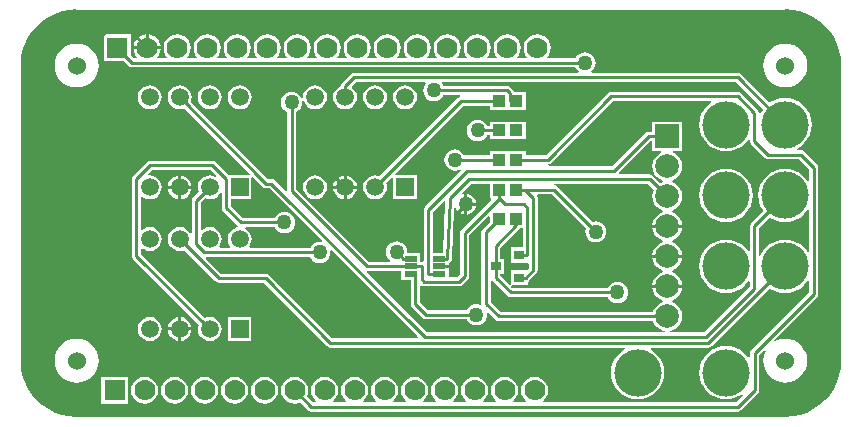
<source format=gbl>
G04 Layer_Physical_Order=2*
G04 Layer_Color=11436288*
%FSLAX24Y24*%
%MOIN*%
G70*
G01*
G75*
%ADD13R,0.0700X0.0700*%
%ADD14C,0.0700*%
%ADD15C,0.0600*%
%ADD16C,0.1575*%
%ADD17C,0.0787*%
%ADD18R,0.0787X0.0787*%
%ADD19R,0.0591X0.0591*%
%ADD20C,0.0591*%
%ADD21C,0.0500*%
%ADD22R,0.0413X0.0394*%
%ADD23R,0.0354X0.0315*%
%ADD24R,0.0433X0.0197*%
%ADD25C,0.0100*%
G36*
X35677Y25474D02*
X35916Y25426D01*
X36148Y25347D01*
X36367Y25239D01*
X36570Y25104D01*
X36754Y24943D01*
X36915Y24759D01*
X37050Y24556D01*
X37158Y24337D01*
X37237Y24105D01*
X37285Y23866D01*
X37297Y23671D01*
X37299Y23622D01*
Y23622D01*
X37299Y23572D01*
X37303Y13825D01*
X37292Y13780D01*
Y13780D01*
X37292D01*
Y13780D01*
X37292Y13780D01*
X37301Y13733D01*
X37302Y13729D01*
X37289Y13536D01*
X37241Y13296D01*
X37163Y13065D01*
X37055Y12846D01*
X36919Y12643D01*
X36758Y12459D01*
X36574Y12298D01*
X36371Y12162D01*
X36152Y12054D01*
X35921Y11976D01*
X35681Y11928D01*
X35439Y11912D01*
X35433Y11913D01*
X11811D01*
X11806Y11912D01*
X11567Y11928D01*
X11328Y11976D01*
X11096Y12054D01*
X10877Y12162D01*
X10674Y12298D01*
X10490Y12459D01*
X10329Y12643D01*
X10194Y12846D01*
X10086Y13065D01*
X10007Y13296D01*
X9959Y13536D01*
X9944Y13774D01*
X9945Y13780D01*
Y23622D01*
X9944Y23627D01*
X9959Y23866D01*
X10007Y24105D01*
X10086Y24337D01*
X10194Y24556D01*
X10329Y24759D01*
X10490Y24943D01*
X10674Y25104D01*
X10877Y25239D01*
X11096Y25347D01*
X11328Y25426D01*
X11567Y25474D01*
X11806Y25489D01*
X11811Y25488D01*
X35433D01*
X35438Y25489D01*
X35677Y25474D01*
D02*
G37*
%LPC*%
G36*
X15079Y13249D02*
X14961Y13234D01*
X14852Y13188D01*
X14758Y13116D01*
X14686Y13022D01*
X14640Y12913D01*
X14625Y12795D01*
X14640Y12678D01*
X14686Y12568D01*
X14758Y12474D01*
X14852Y12402D01*
X14961Y12357D01*
X15079Y12341D01*
X15196Y12357D01*
X15306Y12402D01*
X15400Y12474D01*
X15472Y12568D01*
X15517Y12678D01*
X15533Y12795D01*
X15517Y12913D01*
X15472Y13022D01*
X15400Y13116D01*
X15306Y13188D01*
X15196Y13234D01*
X15079Y13249D01*
D02*
G37*
G36*
X14079D02*
X13961Y13234D01*
X13852Y13188D01*
X13758Y13116D01*
X13686Y13022D01*
X13640Y12913D01*
X13625Y12795D01*
X13640Y12678D01*
X13686Y12568D01*
X13758Y12474D01*
X13852Y12402D01*
X13961Y12357D01*
X14079Y12341D01*
X14196Y12357D01*
X14306Y12402D01*
X14400Y12474D01*
X14472Y12568D01*
X14517Y12678D01*
X14533Y12795D01*
X14517Y12913D01*
X14472Y13022D01*
X14400Y13116D01*
X14306Y13188D01*
X14196Y13234D01*
X14079Y13249D01*
D02*
G37*
G36*
X17079D02*
X16961Y13234D01*
X16852Y13188D01*
X16758Y13116D01*
X16686Y13022D01*
X16640Y12913D01*
X16625Y12795D01*
X16640Y12678D01*
X16686Y12568D01*
X16758Y12474D01*
X16852Y12402D01*
X16961Y12357D01*
X17079Y12341D01*
X17196Y12357D01*
X17306Y12402D01*
X17400Y12474D01*
X17472Y12568D01*
X17517Y12678D01*
X17533Y12795D01*
X17517Y12913D01*
X17472Y13022D01*
X17400Y13116D01*
X17306Y13188D01*
X17196Y13234D01*
X17079Y13249D01*
D02*
G37*
G36*
X16079D02*
X15961Y13234D01*
X15852Y13188D01*
X15758Y13116D01*
X15686Y13022D01*
X15640Y12913D01*
X15625Y12795D01*
X15640Y12678D01*
X15686Y12568D01*
X15758Y12474D01*
X15852Y12402D01*
X15961Y12357D01*
X16079Y12341D01*
X16196Y12357D01*
X16306Y12402D01*
X16400Y12474D01*
X16472Y12568D01*
X16517Y12678D01*
X16533Y12795D01*
X16517Y12913D01*
X16472Y13022D01*
X16400Y13116D01*
X16306Y13188D01*
X16196Y13234D01*
X16079Y13249D01*
D02*
G37*
G36*
X21152Y19513D02*
X20810D01*
Y19171D01*
X20863Y19178D01*
X20959Y19218D01*
X21042Y19281D01*
X21105Y19364D01*
X21145Y19460D01*
X21152Y19513D01*
D02*
G37*
G36*
X15198D02*
X14856D01*
X14863Y19460D01*
X14903Y19364D01*
X14966Y19281D01*
X15049Y19218D01*
X15145Y19178D01*
X15198Y19171D01*
Y19513D01*
D02*
G37*
G36*
X19760Y19962D02*
X19657Y19948D01*
X19561Y19908D01*
X19478Y19845D01*
X19415Y19762D01*
X19375Y19666D01*
X19361Y19563D01*
X19375Y19460D01*
X19415Y19364D01*
X19478Y19281D01*
X19561Y19218D01*
X19657Y19178D01*
X19760Y19164D01*
X19863Y19178D01*
X19959Y19218D01*
X20042Y19281D01*
X20105Y19364D01*
X20145Y19460D01*
X20159Y19563D01*
X20145Y19666D01*
X20105Y19762D01*
X20042Y19845D01*
X19959Y19908D01*
X19863Y19948D01*
X19760Y19962D01*
D02*
G37*
G36*
X20710Y19513D02*
X20368D01*
X20375Y19460D01*
X20415Y19364D01*
X20478Y19281D01*
X20561Y19218D01*
X20657Y19178D01*
X20710Y19171D01*
Y19513D01*
D02*
G37*
G36*
X18079Y13249D02*
X17961Y13234D01*
X17852Y13188D01*
X17758Y13116D01*
X17686Y13022D01*
X17640Y12913D01*
X17625Y12795D01*
X17640Y12678D01*
X17686Y12568D01*
X17758Y12474D01*
X17852Y12402D01*
X17961Y12357D01*
X18079Y12341D01*
X18196Y12357D01*
X18306Y12402D01*
X18400Y12474D01*
X18472Y12568D01*
X18517Y12678D01*
X18533Y12795D01*
X18517Y12913D01*
X18472Y13022D01*
X18400Y13116D01*
X18306Y13188D01*
X18196Y13234D01*
X18079Y13249D01*
D02*
G37*
G36*
X14248Y15237D02*
X14145Y15224D01*
X14049Y15184D01*
X13966Y15120D01*
X13903Y15038D01*
X13863Y14942D01*
X13849Y14839D01*
X13863Y14735D01*
X13903Y14639D01*
X13966Y14557D01*
X14049Y14493D01*
X14145Y14453D01*
X14248Y14440D01*
X14351Y14453D01*
X14447Y14493D01*
X14530Y14557D01*
X14593Y14639D01*
X14633Y14735D01*
X14647Y14839D01*
X14633Y14942D01*
X14593Y15038D01*
X14530Y15120D01*
X14447Y15184D01*
X14351Y15224D01*
X14248Y15237D01*
D02*
G37*
G36*
X17643Y15234D02*
X16853D01*
Y14443D01*
X17643D01*
Y15234D01*
D02*
G37*
G36*
X13529Y13245D02*
X12629D01*
Y12345D01*
X13529D01*
Y13245D01*
D02*
G37*
G36*
X11811Y14513D02*
X11668Y14499D01*
X11530Y14457D01*
X11404Y14389D01*
X11292Y14298D01*
X11201Y14187D01*
X11133Y14060D01*
X11092Y13923D01*
X11078Y13780D01*
X11092Y13636D01*
X11133Y13499D01*
X11201Y13372D01*
X11292Y13261D01*
X11404Y13170D01*
X11530Y13102D01*
X11668Y13060D01*
X11811Y13046D01*
X11954Y13060D01*
X12092Y13102D01*
X12219Y13170D01*
X12330Y13261D01*
X12421Y13372D01*
X12489Y13499D01*
X12530Y13636D01*
X12544Y13780D01*
X12530Y13923D01*
X12489Y14060D01*
X12421Y14187D01*
X12330Y14298D01*
X12219Y14389D01*
X12092Y14457D01*
X11954Y14499D01*
X11811Y14513D01*
D02*
G37*
G36*
X15198Y15231D02*
X15145Y15224D01*
X15049Y15184D01*
X14966Y15120D01*
X14903Y15038D01*
X14863Y14942D01*
X14856Y14889D01*
X15198D01*
Y15231D01*
D02*
G37*
G36*
X15298D02*
Y14889D01*
X15640D01*
X15633Y14942D01*
X15593Y15038D01*
X15530Y15120D01*
X15447Y15184D01*
X15351Y15224D01*
X15298Y15231D01*
D02*
G37*
G36*
X15198Y14789D02*
X14856D01*
X14863Y14735D01*
X14903Y14639D01*
X14966Y14557D01*
X15049Y14493D01*
X15145Y14453D01*
X15198Y14446D01*
Y14789D01*
D02*
G37*
G36*
X15640D02*
X15298D01*
Y14446D01*
X15351Y14453D01*
X15447Y14493D01*
X15530Y14557D01*
X15593Y14639D01*
X15633Y14735D01*
X15640Y14789D01*
D02*
G37*
G36*
Y19513D02*
X15298D01*
Y19171D01*
X15351Y19178D01*
X15447Y19218D01*
X15530Y19281D01*
X15593Y19364D01*
X15633Y19460D01*
X15640Y19513D01*
D02*
G37*
G36*
X21760Y22962D02*
X21657Y22948D01*
X21560Y22908D01*
X21478Y22845D01*
X21415Y22762D01*
X21375Y22666D01*
X21361Y22563D01*
X21375Y22460D01*
X21415Y22364D01*
X21478Y22281D01*
X21560Y22218D01*
X21657Y22178D01*
X21760Y22164D01*
X21863Y22178D01*
X21959Y22218D01*
X22042Y22281D01*
X22105Y22364D01*
X22145Y22460D01*
X22159Y22563D01*
X22145Y22666D01*
X22105Y22762D01*
X22042Y22845D01*
X21959Y22908D01*
X21863Y22948D01*
X21760Y22962D01*
D02*
G37*
G36*
X22760D02*
X22657Y22948D01*
X22561Y22908D01*
X22478Y22845D01*
X22415Y22762D01*
X22375Y22666D01*
X22361Y22563D01*
X22375Y22460D01*
X22415Y22364D01*
X22478Y22281D01*
X22561Y22218D01*
X22657Y22178D01*
X22760Y22164D01*
X22863Y22178D01*
X22959Y22218D01*
X23042Y22281D01*
X23105Y22364D01*
X23145Y22460D01*
X23159Y22563D01*
X23145Y22666D01*
X23105Y22762D01*
X23042Y22845D01*
X22959Y22908D01*
X22863Y22948D01*
X22760Y22962D01*
D02*
G37*
G36*
X17248D02*
X17145Y22948D01*
X17049Y22908D01*
X16966Y22845D01*
X16903Y22762D01*
X16863Y22666D01*
X16849Y22563D01*
X16863Y22460D01*
X16903Y22364D01*
X16966Y22281D01*
X17049Y22218D01*
X17145Y22178D01*
X17248Y22164D01*
X17351Y22178D01*
X17447Y22218D01*
X17530Y22281D01*
X17593Y22364D01*
X17633Y22460D01*
X17647Y22563D01*
X17633Y22666D01*
X17593Y22762D01*
X17530Y22845D01*
X17447Y22908D01*
X17351Y22948D01*
X17248Y22962D01*
D02*
G37*
G36*
X14248D02*
X14145Y22948D01*
X14049Y22908D01*
X13966Y22845D01*
X13903Y22762D01*
X13863Y22666D01*
X13849Y22563D01*
X13863Y22460D01*
X13903Y22364D01*
X13966Y22281D01*
X14049Y22218D01*
X14145Y22178D01*
X14248Y22164D01*
X14351Y22178D01*
X14447Y22218D01*
X14530Y22281D01*
X14593Y22364D01*
X14633Y22460D01*
X14647Y22563D01*
X14633Y22666D01*
X14593Y22762D01*
X14530Y22845D01*
X14447Y22908D01*
X14351Y22948D01*
X14248Y22962D01*
D02*
G37*
G36*
X16248D02*
X16145Y22948D01*
X16049Y22908D01*
X15966Y22845D01*
X15903Y22762D01*
X15863Y22666D01*
X15849Y22563D01*
X15863Y22460D01*
X15903Y22364D01*
X15966Y22281D01*
X16049Y22218D01*
X16145Y22178D01*
X16248Y22164D01*
X16351Y22178D01*
X16447Y22218D01*
X16530Y22281D01*
X16593Y22364D01*
X16633Y22460D01*
X16647Y22563D01*
X16633Y22666D01*
X16593Y22762D01*
X16530Y22845D01*
X16447Y22908D01*
X16351Y22948D01*
X16248Y22962D01*
D02*
G37*
G36*
X14115Y24660D02*
X14048Y24651D01*
X13938Y24606D01*
X13844Y24534D01*
X13772Y24440D01*
X13727Y24330D01*
X13718Y24263D01*
X14115D01*
Y24660D01*
D02*
G37*
G36*
X14215D02*
Y24263D01*
X14613D01*
X14604Y24330D01*
X14558Y24440D01*
X14486Y24534D01*
X14392Y24606D01*
X14283Y24651D01*
X14215Y24660D01*
D02*
G37*
G36*
X27165Y24666D02*
X27048Y24651D01*
X26938Y24606D01*
X26844Y24534D01*
X26772Y24440D01*
X26727Y24330D01*
X26711Y24213D01*
X26727Y24095D01*
X26772Y23986D01*
X26828Y23913D01*
X26803Y23863D01*
X26527D01*
X26503Y23913D01*
X26558Y23986D01*
X26604Y24095D01*
X26619Y24213D01*
X26604Y24330D01*
X26558Y24440D01*
X26486Y24534D01*
X26392Y24606D01*
X26283Y24651D01*
X26165Y24666D01*
X26048Y24651D01*
X25938Y24606D01*
X25844Y24534D01*
X25772Y24440D01*
X25727Y24330D01*
X25711Y24213D01*
X25727Y24095D01*
X25772Y23986D01*
X25828Y23913D01*
X25803Y23863D01*
X25527D01*
X25503Y23913D01*
X25558Y23986D01*
X25604Y24095D01*
X25619Y24213D01*
X25604Y24330D01*
X25558Y24440D01*
X25486Y24534D01*
X25392Y24606D01*
X25283Y24651D01*
X25165Y24666D01*
X25048Y24651D01*
X24938Y24606D01*
X24844Y24534D01*
X24772Y24440D01*
X24727Y24330D01*
X24711Y24213D01*
X24727Y24095D01*
X24772Y23986D01*
X24828Y23913D01*
X24803Y23863D01*
X24527D01*
X24503Y23913D01*
X24558Y23986D01*
X24604Y24095D01*
X24619Y24213D01*
X24604Y24330D01*
X24558Y24440D01*
X24486Y24534D01*
X24392Y24606D01*
X24283Y24651D01*
X24165Y24666D01*
X24048Y24651D01*
X23938Y24606D01*
X23844Y24534D01*
X23772Y24440D01*
X23727Y24330D01*
X23711Y24213D01*
X23727Y24095D01*
X23772Y23986D01*
X23828Y23913D01*
X23803Y23863D01*
X23527D01*
X23503Y23913D01*
X23558Y23986D01*
X23604Y24095D01*
X23619Y24213D01*
X23604Y24330D01*
X23558Y24440D01*
X23486Y24534D01*
X23392Y24606D01*
X23283Y24651D01*
X23165Y24666D01*
X23048Y24651D01*
X22938Y24606D01*
X22844Y24534D01*
X22772Y24440D01*
X22727Y24330D01*
X22711Y24213D01*
X22727Y24095D01*
X22772Y23986D01*
X22828Y23913D01*
X22803Y23863D01*
X22527D01*
X22503Y23913D01*
X22558Y23986D01*
X22604Y24095D01*
X22619Y24213D01*
X22604Y24330D01*
X22558Y24440D01*
X22486Y24534D01*
X22392Y24606D01*
X22283Y24651D01*
X22165Y24666D01*
X22048Y24651D01*
X21938Y24606D01*
X21844Y24534D01*
X21772Y24440D01*
X21727Y24330D01*
X21711Y24213D01*
X21727Y24095D01*
X21772Y23986D01*
X21828Y23913D01*
X21803Y23863D01*
X21527D01*
X21503Y23913D01*
X21558Y23986D01*
X21604Y24095D01*
X21619Y24213D01*
X21604Y24330D01*
X21558Y24440D01*
X21486Y24534D01*
X21392Y24606D01*
X21283Y24651D01*
X21165Y24666D01*
X21048Y24651D01*
X20938Y24606D01*
X20844Y24534D01*
X20772Y24440D01*
X20727Y24330D01*
X20711Y24213D01*
X20727Y24095D01*
X20772Y23986D01*
X20828Y23913D01*
X20803Y23863D01*
X20527D01*
X20503Y23913D01*
X20558Y23986D01*
X20604Y24095D01*
X20619Y24213D01*
X20604Y24330D01*
X20558Y24440D01*
X20486Y24534D01*
X20392Y24606D01*
X20283Y24651D01*
X20165Y24666D01*
X20048Y24651D01*
X19938Y24606D01*
X19844Y24534D01*
X19772Y24440D01*
X19727Y24330D01*
X19711Y24213D01*
X19727Y24095D01*
X19772Y23986D01*
X19828Y23913D01*
X19803Y23863D01*
X19527D01*
X19503Y23913D01*
X19558Y23986D01*
X19604Y24095D01*
X19619Y24213D01*
X19604Y24330D01*
X19558Y24440D01*
X19486Y24534D01*
X19392Y24606D01*
X19283Y24651D01*
X19165Y24666D01*
X19048Y24651D01*
X18938Y24606D01*
X18844Y24534D01*
X18772Y24440D01*
X18727Y24330D01*
X18711Y24213D01*
X18727Y24095D01*
X18772Y23986D01*
X18828Y23913D01*
X18803Y23863D01*
X18527D01*
X18503Y23913D01*
X18558Y23986D01*
X18604Y24095D01*
X18619Y24213D01*
X18604Y24330D01*
X18558Y24440D01*
X18486Y24534D01*
X18392Y24606D01*
X18283Y24651D01*
X18165Y24666D01*
X18048Y24651D01*
X17938Y24606D01*
X17844Y24534D01*
X17772Y24440D01*
X17727Y24330D01*
X17711Y24213D01*
X17727Y24095D01*
X17772Y23986D01*
X17828Y23913D01*
X17803Y23863D01*
X17527D01*
X17503Y23913D01*
X17558Y23986D01*
X17604Y24095D01*
X17619Y24213D01*
X17604Y24330D01*
X17558Y24440D01*
X17486Y24534D01*
X17392Y24606D01*
X17283Y24651D01*
X17165Y24666D01*
X17048Y24651D01*
X16938Y24606D01*
X16844Y24534D01*
X16772Y24440D01*
X16727Y24330D01*
X16711Y24213D01*
X16727Y24095D01*
X16772Y23986D01*
X16828Y23913D01*
X16803Y23863D01*
X16527D01*
X16503Y23913D01*
X16558Y23986D01*
X16604Y24095D01*
X16619Y24213D01*
X16604Y24330D01*
X16558Y24440D01*
X16486Y24534D01*
X16392Y24606D01*
X16283Y24651D01*
X16165Y24666D01*
X16048Y24651D01*
X15938Y24606D01*
X15844Y24534D01*
X15772Y24440D01*
X15727Y24330D01*
X15711Y24213D01*
X15727Y24095D01*
X15772Y23986D01*
X15828Y23913D01*
X15803Y23863D01*
X15527D01*
X15503Y23913D01*
X15558Y23986D01*
X15604Y24095D01*
X15619Y24213D01*
X15604Y24330D01*
X15558Y24440D01*
X15486Y24534D01*
X15392Y24606D01*
X15283Y24651D01*
X15165Y24666D01*
X15048Y24651D01*
X14938Y24606D01*
X14844Y24534D01*
X14772Y24440D01*
X14727Y24330D01*
X14711Y24213D01*
X14727Y24095D01*
X14772Y23986D01*
X14828Y23913D01*
X14803Y23863D01*
X14527D01*
X14503Y23913D01*
X14558Y23986D01*
X14604Y24095D01*
X14613Y24163D01*
X13718D01*
X13727Y24095D01*
X13772Y23986D01*
X13828Y23913D01*
X13803Y23863D01*
X13731D01*
X13615Y23979D01*
Y24663D01*
X12715D01*
Y23763D01*
X13399D01*
X13560Y23602D01*
X13609Y23569D01*
X13668Y23557D01*
X28443D01*
X28453Y23533D01*
X28509Y23460D01*
X28547Y23431D01*
X28530Y23381D01*
X21063D01*
X21034Y23375D01*
X21004Y23370D01*
X21004Y23370D01*
X21004Y23370D01*
X20985Y23356D01*
X20955Y23336D01*
X20652Y23033D01*
X20652Y23033D01*
X20652D01*
X20645Y23024D01*
X20619Y22984D01*
X20619Y22984D01*
X20619Y22984D01*
X20613Y22954D01*
X20607Y22928D01*
X20561Y22908D01*
X20478Y22845D01*
X20415Y22762D01*
X20375Y22666D01*
X20361Y22563D01*
X20375Y22460D01*
X20415Y22364D01*
X20478Y22281D01*
X20561Y22218D01*
X20657Y22178D01*
X20760Y22164D01*
X20863Y22178D01*
X20959Y22218D01*
X21042Y22281D01*
X21105Y22364D01*
X21145Y22460D01*
X21159Y22563D01*
X21145Y22666D01*
X21105Y22762D01*
X21042Y22845D01*
X20989Y22885D01*
X20986Y22935D01*
X21126Y23075D01*
X23440D01*
X23459Y23025D01*
X23414Y22967D01*
X23379Y22881D01*
X23367Y22790D01*
X23379Y22699D01*
X23414Y22613D01*
X23470Y22540D01*
X23543Y22484D01*
X23629Y22449D01*
X23720Y22437D01*
X23811Y22449D01*
X23897Y22484D01*
X23970Y22540D01*
X24026Y22613D01*
X24035Y22637D01*
X24599D01*
X24604Y22587D01*
X24579Y22582D01*
X24530Y22549D01*
X21909Y19929D01*
X21863Y19948D01*
X21760Y19962D01*
X21657Y19948D01*
X21560Y19908D01*
X21478Y19845D01*
X21415Y19762D01*
X21375Y19666D01*
X21361Y19563D01*
X21375Y19460D01*
X21415Y19364D01*
X21478Y19281D01*
X21560Y19218D01*
X21657Y19178D01*
X21760Y19164D01*
X21863Y19178D01*
X21959Y19218D01*
X22042Y19281D01*
X22105Y19364D01*
X22145Y19460D01*
X22159Y19563D01*
X22145Y19666D01*
X22126Y19713D01*
X22318Y19905D01*
X22365Y19886D01*
Y19168D01*
X23155D01*
Y19958D01*
X22437D01*
X22418Y20004D01*
X24701Y22288D01*
X25579D01*
Y22144D01*
X26783D01*
Y22738D01*
X26395D01*
X26391Y22759D01*
X26358Y22808D01*
X26268Y22898D01*
X26219Y22931D01*
X26160Y22943D01*
X24035D01*
X24026Y22967D01*
X23981Y23025D01*
X24000Y23075D01*
X33795D01*
X34705Y22165D01*
X34692Y22149D01*
X34609Y21995D01*
X34605Y21980D01*
X34555Y21988D01*
Y22042D01*
X34543Y22100D01*
X34510Y22150D01*
X33961Y22699D01*
X33911Y22732D01*
X33853Y22744D01*
X29641D01*
X29582Y22732D01*
X29533Y22699D01*
X27459Y20625D01*
X26783D01*
Y20769D01*
X25579D01*
Y20625D01*
X24738D01*
X24728Y20649D01*
X24672Y20722D01*
X24599Y20778D01*
X24514Y20813D01*
X24422Y20825D01*
X24331Y20813D01*
X24246Y20778D01*
X24173Y20722D01*
X24117Y20649D01*
X24081Y20564D01*
X24069Y20472D01*
X24081Y20381D01*
X24117Y20296D01*
X24173Y20223D01*
X24246Y20167D01*
X24331Y20131D01*
X24422Y20119D01*
X24514Y20131D01*
X24599Y20167D01*
X24602Y20169D01*
X24635Y20132D01*
X23422Y18918D01*
X23389Y18869D01*
X23377Y18810D01*
Y17112D01*
X23338Y17080D01*
X23330Y17082D01*
X23269D01*
Y17383D01*
X22856D01*
X22833Y17410D01*
X22821Y17501D01*
X22786Y17587D01*
X22730Y17660D01*
X22657Y17716D01*
X22571Y17751D01*
X22480Y17763D01*
X22389Y17751D01*
X22303Y17716D01*
X22230Y17660D01*
X22174Y17587D01*
X22139Y17501D01*
X22127Y17410D01*
X22139Y17319D01*
X22174Y17233D01*
X22230Y17160D01*
X22267Y17132D01*
X22250Y17082D01*
X21554D01*
X19133Y19503D01*
Y22082D01*
X19157Y22092D01*
X19230Y22148D01*
X19286Y22221D01*
X19321Y22307D01*
X19333Y22398D01*
X19327Y22440D01*
Y22440D01*
X19326Y22452D01*
X19326Y22452D01*
X19328Y22452D01*
X19330Y22453D01*
X19373Y22459D01*
X19375Y22460D01*
X19379Y22449D01*
X19379Y22449D01*
X19415Y22364D01*
X19478Y22281D01*
X19561Y22218D01*
X19657Y22178D01*
X19760Y22164D01*
X19863Y22178D01*
X19959Y22218D01*
X20042Y22281D01*
X20105Y22364D01*
X20145Y22460D01*
X20159Y22563D01*
X20145Y22666D01*
X20105Y22762D01*
X20042Y22845D01*
X19959Y22908D01*
X19863Y22948D01*
X19760Y22962D01*
X19657Y22948D01*
X19561Y22908D01*
X19478Y22845D01*
X19415Y22762D01*
X19375Y22666D01*
X19361Y22563D01*
X19368Y22509D01*
Y22509D01*
X19370Y22497D01*
X19370Y22497D01*
X19368Y22497D01*
X19366Y22497D01*
X19323Y22490D01*
X19321Y22489D01*
X19316Y22500D01*
X19316Y22500D01*
X19286Y22574D01*
X19230Y22648D01*
X19157Y22704D01*
X19071Y22739D01*
X18980Y22751D01*
X18889Y22739D01*
X18803Y22704D01*
X18730Y22648D01*
X18674Y22574D01*
X18639Y22489D01*
X18627Y22398D01*
X18639Y22307D01*
X18674Y22221D01*
X18730Y22148D01*
X18803Y22092D01*
X18827Y22082D01*
Y19452D01*
X18798Y19434D01*
X18778Y19430D01*
X18415Y19793D01*
X18366Y19826D01*
X18307Y19838D01*
X18189D01*
X15614Y22413D01*
X15633Y22460D01*
X15647Y22563D01*
X15633Y22666D01*
X15593Y22762D01*
X15530Y22845D01*
X15447Y22908D01*
X15351Y22948D01*
X15248Y22962D01*
X15145Y22948D01*
X15049Y22908D01*
X14966Y22845D01*
X14903Y22762D01*
X14863Y22666D01*
X14849Y22563D01*
X14863Y22460D01*
X14903Y22364D01*
X14966Y22281D01*
X15049Y22218D01*
X15145Y22178D01*
X15248Y22164D01*
X15351Y22178D01*
X15398Y22197D01*
X17590Y20004D01*
X17571Y19958D01*
X16898D01*
X16448Y20408D01*
X16399Y20441D01*
X16340Y20453D01*
X14260D01*
X14201Y20441D01*
X14152Y20408D01*
X13692Y19948D01*
X13659Y19899D01*
X13647Y19840D01*
Y17287D01*
X13659Y17228D01*
X13692Y17178D01*
X15882Y14988D01*
X15863Y14942D01*
X15849Y14839D01*
X15863Y14735D01*
X15903Y14639D01*
X15966Y14557D01*
X16049Y14493D01*
X16145Y14453D01*
X16248Y14440D01*
X16351Y14453D01*
X16447Y14493D01*
X16530Y14557D01*
X16593Y14639D01*
X16633Y14735D01*
X16647Y14839D01*
X16633Y14942D01*
X16593Y15038D01*
X16530Y15120D01*
X16447Y15184D01*
X16351Y15224D01*
X16248Y15237D01*
X16145Y15224D01*
X16098Y15204D01*
X13953Y17350D01*
Y17504D01*
X14003Y17528D01*
X14049Y17493D01*
X14145Y17453D01*
X14248Y17440D01*
X14351Y17453D01*
X14447Y17493D01*
X14530Y17557D01*
X14593Y17639D01*
X14633Y17735D01*
X14647Y17839D01*
X14633Y17942D01*
X14593Y18038D01*
X14530Y18120D01*
X14447Y18184D01*
X14351Y18224D01*
X14248Y18237D01*
X14145Y18224D01*
X14049Y18184D01*
X14003Y18149D01*
X13953Y18173D01*
Y19228D01*
X14003Y19253D01*
X14049Y19218D01*
X14145Y19178D01*
X14248Y19164D01*
X14351Y19178D01*
X14447Y19218D01*
X14530Y19281D01*
X14593Y19364D01*
X14633Y19460D01*
X14647Y19563D01*
X14633Y19666D01*
X14593Y19762D01*
X14530Y19845D01*
X14447Y19908D01*
X14351Y19948D01*
X14248Y19962D01*
X14203Y19956D01*
X14179Y20003D01*
X14323Y20147D01*
X16277D01*
X16475Y19949D01*
X16447Y19908D01*
X16351Y19948D01*
X16248Y19962D01*
X16145Y19948D01*
X16049Y19908D01*
X15966Y19845D01*
X15903Y19762D01*
X15863Y19666D01*
X15849Y19563D01*
X15863Y19460D01*
X15882Y19413D01*
X15692Y19223D01*
X15659Y19173D01*
X15647Y19115D01*
Y18039D01*
X15597Y18029D01*
X15593Y18038D01*
X15530Y18120D01*
X15447Y18184D01*
X15351Y18224D01*
X15248Y18237D01*
X15145Y18224D01*
X15049Y18184D01*
X14966Y18120D01*
X14903Y18038D01*
X14863Y17942D01*
X14849Y17839D01*
X14863Y17735D01*
X14903Y17639D01*
X14966Y17557D01*
X15049Y17493D01*
X15145Y17453D01*
X15248Y17440D01*
X15351Y17453D01*
X15398Y17473D01*
X16443Y16427D01*
X16493Y16394D01*
X16551Y16382D01*
X18047D01*
X20167Y14262D01*
X20217Y14229D01*
X20227Y14227D01*
X20276Y14217D01*
X30079D01*
X30091Y14167D01*
X30016Y14127D01*
X29881Y14016D01*
X29770Y13881D01*
X29688Y13727D01*
X29637Y13560D01*
X29620Y13386D01*
X29637Y13212D01*
X29688Y13045D01*
X29770Y12890D01*
X29881Y12755D01*
X30016Y12644D01*
X30171Y12562D01*
X30338Y12511D01*
X30512Y12494D01*
X30686Y12511D01*
X30853Y12562D01*
X31007Y12644D01*
X31142Y12755D01*
X31253Y12890D01*
X31336Y13045D01*
X31386Y13212D01*
X31404Y13386D01*
X31386Y13560D01*
X31336Y13727D01*
X31253Y13881D01*
X31142Y14016D01*
X31007Y14127D01*
X30933Y14167D01*
X30945Y14217D01*
X32874D01*
X32933Y14229D01*
X32982Y14262D01*
X34921Y16201D01*
X34938Y16188D01*
X35092Y16105D01*
X35259Y16055D01*
X35433Y16037D01*
X35607Y16055D01*
X35774Y16105D01*
X35928Y16188D01*
X36064Y16299D01*
X36174Y16434D01*
X36179Y16441D01*
X36227Y16429D01*
Y16063D01*
X34302Y14138D01*
X34269Y14089D01*
X34257Y14030D01*
Y13889D01*
X34209Y13876D01*
X34206Y13881D01*
X34095Y14016D01*
X33960Y14127D01*
X33806Y14210D01*
X33639Y14260D01*
X33465Y14278D01*
X33291Y14260D01*
X33123Y14210D01*
X32969Y14127D01*
X32834Y14016D01*
X32723Y13881D01*
X32641Y13727D01*
X32590Y13560D01*
X32573Y13386D01*
X32590Y13212D01*
X32641Y13045D01*
X32723Y12890D01*
X32834Y12755D01*
X32969Y12644D01*
X33123Y12562D01*
X33291Y12511D01*
X33465Y12494D01*
X33639Y12511D01*
X33806Y12562D01*
X33960Y12644D01*
X34001Y12678D01*
X34035Y12641D01*
X33787Y12393D01*
X27376D01*
X27359Y12443D01*
X27400Y12474D01*
X27472Y12568D01*
X27517Y12678D01*
X27533Y12795D01*
X27517Y12913D01*
X27472Y13022D01*
X27400Y13116D01*
X27306Y13188D01*
X27196Y13234D01*
X27079Y13249D01*
X26961Y13234D01*
X26852Y13188D01*
X26758Y13116D01*
X26686Y13022D01*
X26640Y12913D01*
X26625Y12795D01*
X26640Y12678D01*
X26686Y12568D01*
X26758Y12474D01*
X26799Y12443D01*
X26782Y12393D01*
X26376D01*
X26359Y12443D01*
X26400Y12474D01*
X26472Y12568D01*
X26517Y12678D01*
X26533Y12795D01*
X26517Y12913D01*
X26472Y13022D01*
X26400Y13116D01*
X26306Y13188D01*
X26196Y13234D01*
X26079Y13249D01*
X25961Y13234D01*
X25852Y13188D01*
X25758Y13116D01*
X25686Y13022D01*
X25640Y12913D01*
X25625Y12795D01*
X25640Y12678D01*
X25686Y12568D01*
X25758Y12474D01*
X25799Y12443D01*
X25782Y12393D01*
X25376D01*
X25359Y12443D01*
X25400Y12474D01*
X25472Y12568D01*
X25517Y12678D01*
X25533Y12795D01*
X25517Y12913D01*
X25472Y13022D01*
X25400Y13116D01*
X25306Y13188D01*
X25196Y13234D01*
X25079Y13249D01*
X24961Y13234D01*
X24852Y13188D01*
X24758Y13116D01*
X24686Y13022D01*
X24640Y12913D01*
X24625Y12795D01*
X24640Y12678D01*
X24686Y12568D01*
X24758Y12474D01*
X24799Y12443D01*
X24782Y12393D01*
X24376D01*
X24359Y12443D01*
X24400Y12474D01*
X24472Y12568D01*
X24517Y12678D01*
X24533Y12795D01*
X24517Y12913D01*
X24472Y13022D01*
X24400Y13116D01*
X24306Y13188D01*
X24196Y13234D01*
X24079Y13249D01*
X23961Y13234D01*
X23852Y13188D01*
X23758Y13116D01*
X23686Y13022D01*
X23640Y12913D01*
X23625Y12795D01*
X23640Y12678D01*
X23686Y12568D01*
X23758Y12474D01*
X23799Y12443D01*
X23782Y12393D01*
X23376D01*
X23359Y12443D01*
X23400Y12474D01*
X23472Y12568D01*
X23517Y12678D01*
X23533Y12795D01*
X23517Y12913D01*
X23472Y13022D01*
X23400Y13116D01*
X23306Y13188D01*
X23196Y13234D01*
X23079Y13249D01*
X22961Y13234D01*
X22852Y13188D01*
X22758Y13116D01*
X22686Y13022D01*
X22640Y12913D01*
X22625Y12795D01*
X22640Y12678D01*
X22686Y12568D01*
X22758Y12474D01*
X22799Y12443D01*
X22782Y12393D01*
X22376D01*
X22359Y12443D01*
X22400Y12474D01*
X22472Y12568D01*
X22517Y12678D01*
X22533Y12795D01*
X22517Y12913D01*
X22472Y13022D01*
X22400Y13116D01*
X22306Y13188D01*
X22196Y13234D01*
X22079Y13249D01*
X21961Y13234D01*
X21852Y13188D01*
X21758Y13116D01*
X21686Y13022D01*
X21640Y12913D01*
X21625Y12795D01*
X21640Y12678D01*
X21686Y12568D01*
X21758Y12474D01*
X21799Y12443D01*
X21782Y12393D01*
X21376D01*
X21359Y12443D01*
X21400Y12474D01*
X21472Y12568D01*
X21517Y12678D01*
X21533Y12795D01*
X21517Y12913D01*
X21472Y13022D01*
X21400Y13116D01*
X21306Y13188D01*
X21196Y13234D01*
X21079Y13249D01*
X20961Y13234D01*
X20852Y13188D01*
X20758Y13116D01*
X20686Y13022D01*
X20640Y12913D01*
X20625Y12795D01*
X20640Y12678D01*
X20686Y12568D01*
X20758Y12474D01*
X20799Y12443D01*
X20782Y12393D01*
X20376D01*
X20359Y12443D01*
X20400Y12474D01*
X20472Y12568D01*
X20517Y12678D01*
X20533Y12795D01*
X20517Y12913D01*
X20472Y13022D01*
X20400Y13116D01*
X20306Y13188D01*
X20196Y13234D01*
X20079Y13249D01*
X19961Y13234D01*
X19852Y13188D01*
X19758Y13116D01*
X19686Y13022D01*
X19640Y12913D01*
X19625Y12795D01*
X19640Y12678D01*
X19686Y12568D01*
X19758Y12474D01*
X19799Y12443D01*
X19782Y12393D01*
X19697D01*
X19487Y12604D01*
X19517Y12678D01*
X19533Y12795D01*
X19517Y12913D01*
X19472Y13022D01*
X19400Y13116D01*
X19306Y13188D01*
X19196Y13234D01*
X19079Y13249D01*
X18961Y13234D01*
X18852Y13188D01*
X18758Y13116D01*
X18686Y13022D01*
X18640Y12913D01*
X18625Y12795D01*
X18640Y12678D01*
X18686Y12568D01*
X18758Y12474D01*
X18852Y12402D01*
X18961Y12357D01*
X19079Y12341D01*
X19196Y12357D01*
X19270Y12388D01*
X19526Y12132D01*
X19575Y12099D01*
X19634Y12087D01*
X33850D01*
X33909Y12099D01*
X33958Y12132D01*
X34518Y12692D01*
X34551Y12741D01*
X34563Y12800D01*
Y13967D01*
X34747Y14151D01*
X34788Y14121D01*
X34755Y14060D01*
X34714Y13923D01*
X34700Y13780D01*
X34714Y13636D01*
X34755Y13499D01*
X34823Y13372D01*
X34914Y13261D01*
X35026Y13170D01*
X35152Y13102D01*
X35290Y13060D01*
X35433Y13046D01*
X35576Y13060D01*
X35714Y13102D01*
X35841Y13170D01*
X35952Y13261D01*
X36043Y13372D01*
X36111Y13499D01*
X36152Y13636D01*
X36167Y13780D01*
X36152Y13923D01*
X36111Y14060D01*
X36043Y14187D01*
X35952Y14298D01*
X35841Y14389D01*
X35714Y14457D01*
X35576Y14499D01*
X35433Y14513D01*
X35290Y14499D01*
X35152Y14457D01*
X35092Y14425D01*
X35062Y14465D01*
X36488Y15892D01*
X36521Y15941D01*
X36533Y16000D01*
Y20220D01*
X36521Y20279D01*
X36488Y20328D01*
X36058Y20758D01*
X36009Y20791D01*
X35950Y20803D01*
X35830D01*
X35818Y20853D01*
X35928Y20912D01*
X36064Y21023D01*
X36174Y21158D01*
X36257Y21312D01*
X36308Y21480D01*
X36325Y21654D01*
X36308Y21827D01*
X36257Y21995D01*
X36174Y22149D01*
X36064Y22284D01*
X35928Y22395D01*
X35774Y22477D01*
X35607Y22528D01*
X35433Y22545D01*
X35259Y22528D01*
X35092Y22477D01*
X34938Y22395D01*
X34921Y22382D01*
X33966Y23336D01*
X33937Y23356D01*
X33917Y23370D01*
X33858Y23381D01*
X28987D01*
X28970Y23431D01*
X29008Y23460D01*
X29064Y23533D01*
X29099Y23619D01*
X29111Y23710D01*
X29099Y23801D01*
X29064Y23887D01*
X29008Y23960D01*
X28935Y24016D01*
X28850Y24051D01*
X28758Y24063D01*
X28667Y24051D01*
X28582Y24016D01*
X28509Y23960D01*
X28453Y23887D01*
X28443Y23863D01*
X27527D01*
X27503Y23913D01*
X27558Y23986D01*
X27604Y24095D01*
X27619Y24213D01*
X27604Y24330D01*
X27558Y24440D01*
X27486Y24534D01*
X27392Y24606D01*
X27283Y24651D01*
X27165Y24666D01*
D02*
G37*
G36*
X11811Y24355D02*
X11668Y24341D01*
X11530Y24300D01*
X11404Y24232D01*
X11292Y24141D01*
X11201Y24030D01*
X11133Y23903D01*
X11092Y23765D01*
X11078Y23622D01*
X11092Y23479D01*
X11133Y23341D01*
X11201Y23215D01*
X11292Y23103D01*
X11404Y23012D01*
X11530Y22944D01*
X11668Y22903D01*
X11811Y22889D01*
X11954Y22903D01*
X12092Y22944D01*
X12219Y23012D01*
X12330Y23103D01*
X12421Y23215D01*
X12489Y23341D01*
X12530Y23479D01*
X12544Y23622D01*
X12530Y23765D01*
X12489Y23903D01*
X12421Y24030D01*
X12330Y24141D01*
X12219Y24232D01*
X12092Y24300D01*
X11954Y24341D01*
X11811Y24355D01*
D02*
G37*
G36*
X35433D02*
X35290Y24341D01*
X35152Y24300D01*
X35026Y24232D01*
X34914Y24141D01*
X34823Y24030D01*
X34755Y23903D01*
X34714Y23765D01*
X34700Y23622D01*
X34714Y23479D01*
X34755Y23341D01*
X34823Y23215D01*
X34914Y23103D01*
X35026Y23012D01*
X35152Y22944D01*
X35290Y22903D01*
X35433Y22889D01*
X35576Y22903D01*
X35714Y22944D01*
X35841Y23012D01*
X35952Y23103D01*
X36043Y23215D01*
X36111Y23341D01*
X36152Y23479D01*
X36167Y23622D01*
X36152Y23765D01*
X36111Y23903D01*
X36043Y24030D01*
X35952Y24141D01*
X35841Y24232D01*
X35714Y24300D01*
X35576Y24341D01*
X35433Y24355D01*
D02*
G37*
G36*
X20710Y19955D02*
X20657Y19948D01*
X20561Y19908D01*
X20478Y19845D01*
X20415Y19762D01*
X20375Y19666D01*
X20368Y19613D01*
X20710D01*
Y19955D01*
D02*
G37*
G36*
X20810D02*
Y19613D01*
X21152D01*
X21145Y19666D01*
X21105Y19762D01*
X21042Y19845D01*
X20959Y19908D01*
X20863Y19948D01*
X20810Y19955D01*
D02*
G37*
G36*
X25179Y21810D02*
X25087Y21798D01*
X25002Y21762D01*
X24929Y21706D01*
X24873Y21633D01*
X24838Y21548D01*
X24826Y21457D01*
X24838Y21365D01*
X24873Y21280D01*
X24929Y21207D01*
X25002Y21151D01*
X25087Y21116D01*
X25179Y21104D01*
X25270Y21116D01*
X25355Y21151D01*
X25428Y21207D01*
X25484Y21280D01*
X25494Y21304D01*
X25579D01*
Y21160D01*
X26783D01*
Y21754D01*
X25579D01*
Y21610D01*
X25494D01*
X25484Y21633D01*
X25428Y21706D01*
X25355Y21762D01*
X25270Y21798D01*
X25179Y21810D01*
D02*
G37*
G36*
X15198Y19955D02*
X15145Y19948D01*
X15049Y19908D01*
X14966Y19845D01*
X14903Y19762D01*
X14863Y19666D01*
X14856Y19613D01*
X15198D01*
Y19955D01*
D02*
G37*
G36*
X15298D02*
Y19613D01*
X15640D01*
X15633Y19666D01*
X15593Y19762D01*
X15530Y19845D01*
X15447Y19908D01*
X15351Y19948D01*
X15298Y19955D01*
D02*
G37*
%LPD*%
G36*
X22636Y16731D02*
Y16475D01*
X22947D01*
Y15680D01*
X22959Y15621D01*
X22992Y15572D01*
X23352Y15212D01*
X23401Y15179D01*
X23460Y15167D01*
X24825D01*
X24834Y15143D01*
X24890Y15070D01*
X24963Y15014D01*
X25049Y14979D01*
X25140Y14967D01*
X25231Y14979D01*
X25317Y15014D01*
X25390Y15070D01*
X25446Y15143D01*
X25481Y15229D01*
X25493Y15320D01*
X25487Y15366D01*
X25534Y15389D01*
X25772Y15152D01*
X25822Y15119D01*
X25880Y15107D01*
X31025D01*
X31065Y15011D01*
X31144Y14908D01*
X31247Y14829D01*
X31367Y14779D01*
X31411Y14773D01*
X31408Y14723D01*
X23485D01*
X21481Y16727D01*
X21485Y16747D01*
X21503Y16776D01*
X22636D01*
Y16731D01*
D02*
G37*
G36*
X31002Y20766D02*
X31298D01*
X31308Y20716D01*
X31247Y20691D01*
X31144Y20612D01*
X31065Y20509D01*
X31015Y20389D01*
X30998Y20260D01*
X31015Y20131D01*
X31065Y20011D01*
X31144Y19908D01*
X31247Y19829D01*
X31348Y19787D01*
Y19733D01*
X31271Y19701D01*
X31024Y19948D01*
X30974Y19981D01*
X30916Y19993D01*
X29900D01*
X29879Y20043D01*
X30943Y21107D01*
X31002D01*
Y20766D01*
D02*
G37*
G36*
X16647Y19363D02*
Y18870D01*
X16659Y18811D01*
X16692Y18762D01*
X17172Y18282D01*
X17177Y18278D01*
X17165Y18226D01*
X17145Y18224D01*
X17049Y18184D01*
X16966Y18120D01*
X16903Y18038D01*
X16863Y17942D01*
X16849Y17839D01*
X16863Y17735D01*
X16903Y17639D01*
X16938Y17593D01*
X16914Y17543D01*
X16582D01*
X16558Y17593D01*
X16593Y17639D01*
X16633Y17735D01*
X16647Y17839D01*
X16633Y17942D01*
X16593Y18038D01*
X16530Y18120D01*
X16447Y18184D01*
X16351Y18224D01*
X16248Y18237D01*
X16145Y18224D01*
X16049Y18184D01*
X16003Y18149D01*
X15953Y18173D01*
Y19052D01*
X16098Y19197D01*
X16145Y19178D01*
X16248Y19164D01*
X16351Y19178D01*
X16447Y19218D01*
X16530Y19281D01*
X16593Y19364D01*
X16597Y19373D01*
X16647Y19363D01*
D02*
G37*
G36*
X32961Y22388D02*
X32834Y22284D01*
X32723Y22149D01*
X32641Y21995D01*
X32590Y21827D01*
X32573Y21654D01*
X32590Y21480D01*
X32641Y21312D01*
X32723Y21158D01*
X32834Y21023D01*
X32969Y20912D01*
X33123Y20830D01*
X33291Y20779D01*
X33465Y20762D01*
X33639Y20779D01*
X33806Y20830D01*
X33960Y20912D01*
X34095Y21023D01*
X34199Y21150D01*
X34249Y21141D01*
Y21120D01*
X34261Y21061D01*
X34294Y21012D01*
X34764Y20542D01*
X34813Y20509D01*
X34872Y20497D01*
X35887D01*
X36227Y20157D01*
Y19791D01*
X36179Y19779D01*
X36174Y19787D01*
X36064Y19922D01*
X35928Y20033D01*
X35774Y20115D01*
X35607Y20166D01*
X35433Y20183D01*
X35259Y20166D01*
X35092Y20115D01*
X34938Y20033D01*
X34803Y19922D01*
X34692Y19787D01*
X34609Y19633D01*
X34559Y19465D01*
X34541Y19291D01*
X34559Y19117D01*
X34609Y18950D01*
X34692Y18796D01*
X34705Y18780D01*
X34294Y18368D01*
Y18368D01*
X34294D01*
X34277Y18344D01*
X34261Y18319D01*
Y18319D01*
X34261Y18319D01*
X34252Y18275D01*
X34249Y18260D01*
Y18260D01*
Y17442D01*
X34199Y17433D01*
X34095Y17560D01*
X33960Y17671D01*
X33806Y17753D01*
X33639Y17804D01*
X33465Y17821D01*
X33291Y17804D01*
X33123Y17753D01*
X32969Y17671D01*
X32834Y17560D01*
X32723Y17425D01*
X32641Y17270D01*
X32590Y17103D01*
X32573Y16929D01*
X32590Y16755D01*
X32641Y16588D01*
X32723Y16434D01*
X32834Y16299D01*
X32969Y16188D01*
X33123Y16105D01*
X33291Y16055D01*
X33465Y16037D01*
X33639Y16055D01*
X33806Y16105D01*
X33960Y16188D01*
X34095Y16299D01*
X34199Y16425D01*
X34249Y16416D01*
Y16244D01*
X32728Y14723D01*
X31584D01*
X31581Y14773D01*
X31625Y14779D01*
X31745Y14829D01*
X31848Y14908D01*
X31927Y15011D01*
X31977Y15131D01*
X31994Y15260D01*
X31977Y15389D01*
X31927Y15509D01*
X31848Y15612D01*
X31745Y15691D01*
X31644Y15733D01*
Y15787D01*
X31745Y15829D01*
X31848Y15908D01*
X31927Y16011D01*
X31977Y16131D01*
X31987Y16210D01*
X31005D01*
X31015Y16131D01*
X31065Y16011D01*
X31144Y15908D01*
X31247Y15829D01*
X31348Y15787D01*
Y15733D01*
X31247Y15691D01*
X31144Y15612D01*
X31065Y15509D01*
X31025Y15413D01*
X25944D01*
X25613Y15743D01*
Y16454D01*
X25663Y16469D01*
X25679Y16444D01*
X26172Y15952D01*
X26221Y15919D01*
X26280Y15907D01*
X29525D01*
X29534Y15883D01*
X29590Y15810D01*
X29663Y15754D01*
X29749Y15719D01*
X29840Y15707D01*
X29931Y15719D01*
X30017Y15754D01*
X30090Y15810D01*
X30146Y15883D01*
X30181Y15969D01*
X30193Y16060D01*
X30181Y16151D01*
X30146Y16237D01*
X30090Y16310D01*
X30017Y16366D01*
X29931Y16401D01*
X29840Y16413D01*
X29749Y16401D01*
X29663Y16366D01*
X29590Y16310D01*
X29534Y16237D01*
X29525Y16213D01*
X26343D01*
X26309Y16248D01*
X26329Y16298D01*
X26852D01*
Y16417D01*
X26896Y16447D01*
X27141Y16692D01*
X27174Y16741D01*
X27186Y16800D01*
Y19200D01*
X27174Y19259D01*
X27157Y19285D01*
X27183Y19335D01*
X27648D01*
X28789Y18195D01*
X28779Y18171D01*
X28767Y18080D01*
X28779Y17989D01*
X28814Y17903D01*
X28870Y17830D01*
X28943Y17774D01*
X29029Y17739D01*
X29120Y17727D01*
X29211Y17739D01*
X29297Y17774D01*
X29370Y17830D01*
X29426Y17903D01*
X29461Y17989D01*
X29473Y18080D01*
X29461Y18171D01*
X29426Y18257D01*
X29370Y18330D01*
X29297Y18386D01*
X29211Y18421D01*
X29120Y18433D01*
X29029Y18421D01*
X29005Y18411D01*
X27820Y19596D01*
X27770Y19629D01*
X27732Y19637D01*
X27737Y19687D01*
X30853D01*
X31055Y19485D01*
X31015Y19389D01*
X30998Y19260D01*
X31015Y19131D01*
X31065Y19011D01*
X31144Y18908D01*
X31247Y18829D01*
X31348Y18787D01*
Y18733D01*
X31247Y18691D01*
X31144Y18612D01*
X31065Y18509D01*
X31015Y18389D01*
X31005Y18310D01*
X31987D01*
X31977Y18389D01*
X31927Y18509D01*
X31848Y18612D01*
X31745Y18691D01*
X31644Y18733D01*
Y18787D01*
X31745Y18829D01*
X31848Y18908D01*
X31927Y19011D01*
X31977Y19131D01*
X31994Y19260D01*
X31977Y19389D01*
X31927Y19509D01*
X31848Y19612D01*
X31745Y19691D01*
X31644Y19733D01*
Y19787D01*
X31745Y19829D01*
X31848Y19908D01*
X31927Y20011D01*
X31977Y20131D01*
X31994Y20260D01*
X31977Y20389D01*
X31927Y20509D01*
X31848Y20612D01*
X31745Y20691D01*
X31685Y20716D01*
X31695Y20766D01*
X31990D01*
Y21754D01*
X31002D01*
Y21413D01*
X30880D01*
X30821Y21401D01*
X30772Y21368D01*
X29677Y20273D01*
X27545D01*
X27540Y20323D01*
X27581Y20331D01*
X27631Y20364D01*
X29704Y22438D01*
X32952D01*
X32961Y22388D01*
D02*
G37*
G36*
X23207Y14569D02*
X23187Y14523D01*
X20339D01*
X18218Y16644D01*
X18169Y16677D01*
X18110Y16688D01*
X16615D01*
X16116Y17187D01*
X16137Y17237D01*
X19605D01*
X19614Y17213D01*
X19670Y17140D01*
X19743Y17084D01*
X19829Y17049D01*
X19920Y17037D01*
X20011Y17049D01*
X20097Y17084D01*
X20170Y17140D01*
X20226Y17213D01*
X20261Y17299D01*
X20273Y17390D01*
X20267Y17438D01*
X20314Y17462D01*
X23207Y14569D01*
D02*
G37*
G36*
X24103Y19101D02*
X24030Y17383D01*
X23683D01*
Y18747D01*
X24057Y19121D01*
X24103Y19101D01*
D02*
G37*
G36*
X18018Y19577D02*
X18067Y19544D01*
X18126Y19532D01*
X18244D01*
X19992Y17784D01*
X19968Y17737D01*
X19920Y17743D01*
X19829Y17731D01*
X19743Y17696D01*
X19670Y17640D01*
X19614Y17567D01*
X19605Y17543D01*
X17582D01*
X17558Y17593D01*
X17593Y17639D01*
X17633Y17735D01*
X17647Y17839D01*
X17633Y17942D01*
X17593Y18038D01*
X17530Y18120D01*
X17447Y18184D01*
X17440Y18187D01*
X17450Y18237D01*
X18425D01*
X18434Y18213D01*
X18490Y18140D01*
X18563Y18084D01*
X18649Y18049D01*
X18740Y18037D01*
X18831Y18049D01*
X18917Y18084D01*
X18990Y18140D01*
X19046Y18213D01*
X19081Y18299D01*
X19093Y18390D01*
X19081Y18481D01*
X19046Y18567D01*
X18990Y18640D01*
X18917Y18696D01*
X18831Y18731D01*
X18740Y18743D01*
X18649Y18731D01*
X18563Y18696D01*
X18490Y18640D01*
X18434Y18567D01*
X18425Y18543D01*
X17343D01*
X16953Y18933D01*
Y19168D01*
X17643D01*
Y19886D01*
X17690Y19905D01*
X18018Y19577D01*
D02*
G37*
G36*
X36227Y18791D02*
Y17429D01*
X36179Y17417D01*
X36174Y17425D01*
X36064Y17560D01*
X35928Y17671D01*
X35774Y17753D01*
X35607Y17804D01*
X35433Y17821D01*
X35259Y17804D01*
X35092Y17753D01*
X34938Y17671D01*
X34803Y17560D01*
X34692Y17425D01*
X34609Y17270D01*
X34605Y17256D01*
X34555Y17263D01*
Y18197D01*
X34921Y18563D01*
X34938Y18550D01*
X35092Y18468D01*
X35259Y18417D01*
X35433Y18400D01*
X35607Y18417D01*
X35774Y18468D01*
X35928Y18550D01*
X36064Y18661D01*
X36174Y18796D01*
X36179Y18804D01*
X36227Y18791D01*
D02*
G37*
G36*
X25579Y19191D02*
X25621D01*
X25640Y19145D01*
X24642Y18147D01*
X24609Y18097D01*
X24597Y18039D01*
Y16663D01*
X24507Y16573D01*
X24214D01*
Y16731D01*
Y16879D01*
X23898D01*
Y16979D01*
X24214D01*
Y16987D01*
Y17039D01*
X24228Y17041D01*
X24230Y17043D01*
X24234Y17044D01*
X24256Y17059D01*
X24279Y17072D01*
X24280Y17075D01*
X24283Y17077D01*
X24298Y17099D01*
X24314Y17121D01*
X24315Y17124D01*
X24316Y17127D01*
X24322Y17153D01*
X24328Y17179D01*
X24399Y18874D01*
X24450Y18883D01*
X24474Y18823D01*
X24530Y18750D01*
X24603Y18694D01*
X24689Y18659D01*
X24730Y18654D01*
Y19000D01*
Y19346D01*
X24689Y19341D01*
X24688Y19341D01*
X24659Y19383D01*
X24963Y19687D01*
X25579D01*
Y19191D01*
D02*
G37*
G36*
Y18586D02*
Y18410D01*
X25352Y18182D01*
X25319Y18133D01*
X25307Y18074D01*
Y15680D01*
X25262Y15648D01*
X25231Y15661D01*
X25140Y15673D01*
X25049Y15661D01*
X24963Y15626D01*
X24890Y15570D01*
X24834Y15497D01*
X24825Y15473D01*
X23523D01*
X23253Y15743D01*
Y16288D01*
X23303Y16305D01*
X23342Y16279D01*
X23401Y16267D01*
X24571D01*
X24629Y16279D01*
X24679Y16312D01*
X24858Y16491D01*
X24891Y16541D01*
X24903Y16600D01*
Y17975D01*
X25533Y18605D01*
X25579Y18586D01*
D02*
G37*
G36*
X26680Y17561D02*
X26298D01*
Y17046D01*
X26852D01*
X26880Y17007D01*
Y16863D01*
X26829Y16813D01*
X26298D01*
Y16329D01*
X26248Y16309D01*
X25940Y16616D01*
Y16672D01*
X26065D01*
Y17187D01*
X25940D01*
Y17537D01*
X26585Y18181D01*
X26602Y18207D01*
X26680D01*
Y17561D01*
D02*
G37*
%LPC*%
G36*
X25126Y18950D02*
X24830D01*
Y18654D01*
X24871Y18659D01*
X24957Y18694D01*
X25030Y18750D01*
X25086Y18823D01*
X25121Y18909D01*
X25126Y18950D01*
D02*
G37*
G36*
X24830Y19346D02*
Y19050D01*
X25126D01*
X25121Y19091D01*
X25086Y19177D01*
X25030Y19250D01*
X24957Y19306D01*
X24871Y19341D01*
X24830Y19346D01*
D02*
G37*
G36*
X33465Y20183D02*
X33291Y20166D01*
X33123Y20115D01*
X32969Y20033D01*
X32834Y19922D01*
X32723Y19787D01*
X32641Y19633D01*
X32590Y19465D01*
X32573Y19291D01*
X32590Y19117D01*
X32641Y18950D01*
X32723Y18796D01*
X32834Y18661D01*
X32969Y18550D01*
X33123Y18468D01*
X33291Y18417D01*
X33465Y18400D01*
X33639Y18417D01*
X33806Y18468D01*
X33960Y18550D01*
X34095Y18661D01*
X34206Y18796D01*
X34288Y18950D01*
X34339Y19117D01*
X34356Y19291D01*
X34339Y19465D01*
X34288Y19633D01*
X34206Y19787D01*
X34095Y19922D01*
X33960Y20033D01*
X33806Y20115D01*
X33639Y20166D01*
X33465Y20183D01*
D02*
G37*
G36*
X31987Y17210D02*
X31005D01*
X31015Y17131D01*
X31065Y17011D01*
X31144Y16908D01*
X31247Y16829D01*
X31348Y16787D01*
Y16733D01*
X31247Y16691D01*
X31144Y16612D01*
X31065Y16509D01*
X31015Y16389D01*
X31005Y16310D01*
X31987D01*
X31977Y16389D01*
X31927Y16509D01*
X31848Y16612D01*
X31745Y16691D01*
X31644Y16733D01*
Y16787D01*
X31745Y16829D01*
X31848Y16908D01*
X31927Y17011D01*
X31977Y17131D01*
X31987Y17210D01*
D02*
G37*
G36*
Y18210D02*
X31005D01*
X31015Y18131D01*
X31065Y18011D01*
X31144Y17908D01*
X31247Y17829D01*
X31348Y17787D01*
Y17733D01*
X31247Y17691D01*
X31144Y17612D01*
X31065Y17509D01*
X31015Y17389D01*
X31005Y17310D01*
X31987D01*
X31977Y17389D01*
X31927Y17509D01*
X31848Y17612D01*
X31745Y17691D01*
X31644Y17733D01*
Y17787D01*
X31745Y17829D01*
X31848Y17908D01*
X31927Y18011D01*
X31977Y18131D01*
X31987Y18210D01*
D02*
G37*
%LPD*%
D13*
X13165Y24213D02*
D03*
X13079Y12795D02*
D03*
D14*
X14165Y24213D02*
D03*
X15165D02*
D03*
X16165D02*
D03*
X17165D02*
D03*
X18165D02*
D03*
X19165D02*
D03*
X20165D02*
D03*
X21165D02*
D03*
X22165D02*
D03*
X23165D02*
D03*
X24165D02*
D03*
X25165D02*
D03*
X26165D02*
D03*
X27165D02*
D03*
X14079Y12795D02*
D03*
X15079D02*
D03*
X16079D02*
D03*
X17079D02*
D03*
X18079D02*
D03*
X19079D02*
D03*
X20079D02*
D03*
X21079D02*
D03*
X22079D02*
D03*
X23079D02*
D03*
X24079D02*
D03*
X25079D02*
D03*
X26079D02*
D03*
X27079D02*
D03*
D15*
X11811Y23622D02*
D03*
Y13780D02*
D03*
X35433D02*
D03*
Y23622D02*
D03*
D16*
Y16929D02*
D03*
X33465D02*
D03*
X35433Y21654D02*
D03*
X33465D02*
D03*
X35433Y19291D02*
D03*
X33465D02*
D03*
X30512Y13386D02*
D03*
X33465D02*
D03*
D17*
X31496Y15260D02*
D03*
Y16260D02*
D03*
Y17260D02*
D03*
Y18260D02*
D03*
Y19260D02*
D03*
Y20260D02*
D03*
D18*
Y21260D02*
D03*
D19*
X17248Y19563D02*
D03*
X22760D02*
D03*
X17248Y14839D02*
D03*
D20*
X16248Y19563D02*
D03*
X15248D02*
D03*
X14248D02*
D03*
X17248Y22563D02*
D03*
X16248D02*
D03*
X15248D02*
D03*
X14248D02*
D03*
X21760Y19563D02*
D03*
X20760D02*
D03*
X19760D02*
D03*
X22760Y22563D02*
D03*
X21760D02*
D03*
X20760D02*
D03*
X19760D02*
D03*
X16248Y14839D02*
D03*
X15248D02*
D03*
X14248D02*
D03*
X17248Y17839D02*
D03*
X16248D02*
D03*
X15248D02*
D03*
X14248D02*
D03*
D21*
X28758Y23710D02*
D03*
X25140Y15320D02*
D03*
X29840Y16060D02*
D03*
X22480Y17410D02*
D03*
X23720Y22790D02*
D03*
X25179Y21457D02*
D03*
X18740Y18390D02*
D03*
X19920Y17390D02*
D03*
X24422Y20472D02*
D03*
X29120Y18080D02*
D03*
X18980Y22398D02*
D03*
X24780Y19000D02*
D03*
D22*
X25886Y22441D02*
D03*
X26476D02*
D03*
X25886Y21457D02*
D03*
X26476D02*
D03*
X25886Y20472D02*
D03*
X26476D02*
D03*
X25886Y19488D02*
D03*
X26476D02*
D03*
X25886Y18504D02*
D03*
X26476D02*
D03*
D23*
X25787Y16929D02*
D03*
X26575Y16555D02*
D03*
Y17303D02*
D03*
D24*
X22953Y17185D02*
D03*
Y16929D02*
D03*
Y16673D02*
D03*
X23898D02*
D03*
Y16929D02*
D03*
Y17185D02*
D03*
D25*
X32874Y14370D02*
X35433Y16929D01*
X20276Y14370D02*
X32874D01*
X18110Y16535D02*
X20276Y14370D01*
X16551Y16535D02*
X18110D01*
X15248Y17839D02*
X16551Y16535D01*
X34402Y18260D02*
X35433Y19291D01*
X34402Y16181D02*
Y18260D01*
X32791Y14570D02*
X34402Y16181D01*
X23422Y14570D02*
X32791D01*
X18307Y19685D02*
X23422Y14570D01*
X18126Y19685D02*
X18307D01*
X15248Y22563D02*
X18126Y19685D01*
X33858Y23228D02*
X35433Y21654D01*
X21063Y23228D02*
X33858D01*
X20760Y22925D02*
X21063Y23228D01*
X20760Y22563D02*
Y22925D01*
X26575Y16555D02*
X26788D01*
X27033Y16800D01*
Y19200D01*
X26745Y19488D02*
X27033Y19200D01*
X26476Y19488D02*
X26745D01*
X25886Y19194D02*
Y19488D01*
Y19194D02*
X26080Y19000D01*
X26720D01*
X26833Y18887D01*
Y17303D02*
Y18887D01*
X26575Y17303D02*
X26833D01*
X21760Y19563D02*
X24638Y22441D01*
X25886D01*
X13668Y23710D02*
X28758D01*
X13165Y24213D02*
X13668Y23710D01*
X20260Y20063D02*
X20760Y19563D01*
X20260Y20063D02*
Y22700D01*
X19900Y23060D02*
X20260Y22700D01*
X13120Y23060D02*
X19900D01*
X12660Y23520D02*
X13120Y23060D01*
X12660Y23520D02*
Y24640D01*
X13020Y25000D01*
X13378D01*
X14165Y24213D01*
X25886Y18500D02*
Y18504D01*
X25460Y18074D02*
X25886Y18500D01*
X25460Y15680D02*
Y18074D01*
Y15680D02*
X25880Y15260D01*
X31496D01*
X23460Y15320D02*
X25140D01*
X23100Y15680D02*
X23460Y15320D01*
X22953Y16673D02*
X23100D01*
X26280Y16060D02*
X29840D01*
X25787Y16553D02*
X26280Y16060D01*
X25787Y16553D02*
Y16929D01*
X22705Y17185D02*
X22953D01*
X22480Y17410D02*
X22705Y17185D01*
X26250Y22441D02*
X26476D01*
X26160Y22790D02*
X26250Y22700D01*
X23720Y22790D02*
X26160D01*
X24750Y18039D02*
X25886Y19174D01*
X24750Y16600D02*
Y18039D01*
X24571Y16420D02*
X24750Y16600D01*
X23401Y16420D02*
X24571D01*
X23330Y16491D02*
X23401Y16420D01*
X23330Y16491D02*
Y16929D01*
X22953D02*
X23330D01*
X25179Y21457D02*
X25886D01*
X17280Y18390D02*
X18740D01*
X16800Y18870D02*
X17280Y18390D01*
X16800Y18870D02*
Y19840D01*
X16340Y20300D02*
X16800Y19840D01*
X14260Y20300D02*
X16340D01*
X13800Y19840D02*
X14260Y20300D01*
X13800Y17287D02*
Y19840D01*
Y17287D02*
X16248Y14839D01*
X26476Y20472D02*
X27522D01*
X29641Y22591D01*
X33853D01*
X34402Y22042D01*
Y21120D02*
Y22042D01*
Y21120D02*
X34872Y20650D01*
X35950D01*
X36380Y20220D01*
Y16000D02*
Y20220D01*
X34410Y14030D02*
X36380Y16000D01*
X34410Y12800D02*
Y14030D01*
X33850Y12240D02*
X34410Y12800D01*
X19634Y12240D02*
X33850D01*
X19079Y12795D02*
X19634Y12240D01*
X15800Y19115D02*
X16248Y19563D01*
X15800Y17657D02*
Y19115D01*
Y17657D02*
X16067Y17390D01*
X19920D01*
X24422Y20472D02*
X25886D01*
X26476Y18289D02*
Y18504D01*
X25787Y17600D02*
X26476Y18289D01*
X25787Y16929D02*
Y17600D01*
X27712Y19488D02*
X29120Y18080D01*
X18980Y19440D02*
Y22398D01*
Y19440D02*
X21491Y16929D01*
X22953D01*
X30916Y19840D02*
X31496Y19260D01*
X24900Y19840D02*
X30916D01*
X24260Y19200D02*
X24900Y19840D01*
X24175Y17185D02*
X24260Y19200D01*
X23898Y17185D02*
X24175D01*
X23530Y16673D02*
X23898D01*
X23530D02*
Y18810D01*
X24840Y20120D01*
X29740D01*
X30880Y21260D01*
X31496D01*
X23898Y16929D02*
X24320D01*
X24480Y17089D01*
Y18700D01*
X24780Y19000D01*
X23100Y15680D02*
Y16673D01*
X26250Y22441D02*
Y22700D01*
X26745Y19488D02*
X27712D01*
X25886Y19174D02*
Y19194D01*
M02*

</source>
